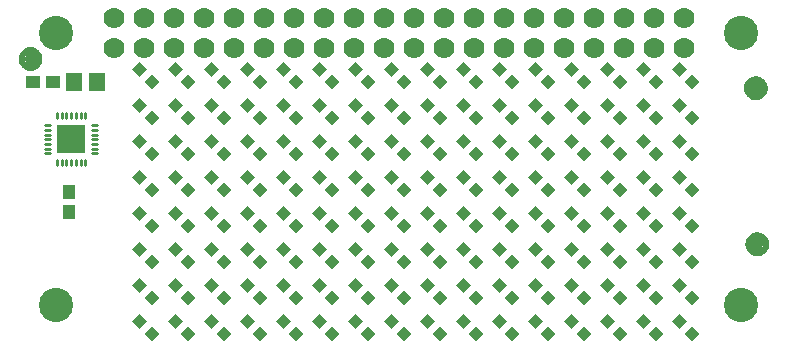
<source format=gbr>
G04 EAGLE Gerber RS-274X export*
G75*
%MOMM*%
%FSLAX34Y34*%
%LPD*%
%INSoldermask Top*%
%IPPOS*%
%AMOC8*
5,1,8,0,0,1.08239X$1,22.5*%
G01*
%ADD10R,0.901600X0.901600*%
%ADD11C,1.101600*%
%ADD12C,0.500000*%
%ADD13C,2.901600*%
%ADD14C,1.778000*%
%ADD15R,2.401600X2.401600*%
%ADD16C,0.281600*%
%ADD17R,1.341600X1.601600*%
%ADD18R,1.176600X1.101600*%
%ADD19R,1.101600X1.176600*%


D10*
G36*
X109545Y10699D02*
X115920Y17074D01*
X122295Y10699D01*
X115920Y4324D01*
X109545Y10699D01*
G37*
G36*
X98939Y21305D02*
X105314Y27680D01*
X111689Y21305D01*
X105314Y14930D01*
X98939Y21305D01*
G37*
G36*
X109545Y41179D02*
X115920Y47554D01*
X122295Y41179D01*
X115920Y34804D01*
X109545Y41179D01*
G37*
G36*
X98939Y51785D02*
X105314Y58160D01*
X111689Y51785D01*
X105314Y45410D01*
X98939Y51785D01*
G37*
G36*
X109545Y71659D02*
X115920Y78034D01*
X122295Y71659D01*
X115920Y65284D01*
X109545Y71659D01*
G37*
G36*
X98939Y82265D02*
X105314Y88640D01*
X111689Y82265D01*
X105314Y75890D01*
X98939Y82265D01*
G37*
G36*
X109545Y102139D02*
X115920Y108514D01*
X122295Y102139D01*
X115920Y95764D01*
X109545Y102139D01*
G37*
G36*
X98939Y112745D02*
X105314Y119120D01*
X111689Y112745D01*
X105314Y106370D01*
X98939Y112745D01*
G37*
G36*
X109545Y132619D02*
X115920Y138994D01*
X122295Y132619D01*
X115920Y126244D01*
X109545Y132619D01*
G37*
G36*
X98939Y143225D02*
X105314Y149600D01*
X111689Y143225D01*
X105314Y136850D01*
X98939Y143225D01*
G37*
G36*
X109545Y163099D02*
X115920Y169474D01*
X122295Y163099D01*
X115920Y156724D01*
X109545Y163099D01*
G37*
G36*
X98939Y173705D02*
X105314Y180080D01*
X111689Y173705D01*
X105314Y167330D01*
X98939Y173705D01*
G37*
G36*
X109545Y193579D02*
X115920Y199954D01*
X122295Y193579D01*
X115920Y187204D01*
X109545Y193579D01*
G37*
G36*
X98939Y204185D02*
X105314Y210560D01*
X111689Y204185D01*
X105314Y197810D01*
X98939Y204185D01*
G37*
G36*
X109545Y224059D02*
X115920Y230434D01*
X122295Y224059D01*
X115920Y217684D01*
X109545Y224059D01*
G37*
G36*
X98939Y234665D02*
X105314Y241040D01*
X111689Y234665D01*
X105314Y228290D01*
X98939Y234665D01*
G37*
G36*
X140025Y10699D02*
X146400Y17074D01*
X152775Y10699D01*
X146400Y4324D01*
X140025Y10699D01*
G37*
G36*
X129419Y21305D02*
X135794Y27680D01*
X142169Y21305D01*
X135794Y14930D01*
X129419Y21305D01*
G37*
G36*
X140025Y41179D02*
X146400Y47554D01*
X152775Y41179D01*
X146400Y34804D01*
X140025Y41179D01*
G37*
G36*
X129419Y51785D02*
X135794Y58160D01*
X142169Y51785D01*
X135794Y45410D01*
X129419Y51785D01*
G37*
G36*
X140025Y71659D02*
X146400Y78034D01*
X152775Y71659D01*
X146400Y65284D01*
X140025Y71659D01*
G37*
G36*
X129419Y82265D02*
X135794Y88640D01*
X142169Y82265D01*
X135794Y75890D01*
X129419Y82265D01*
G37*
G36*
X140025Y102139D02*
X146400Y108514D01*
X152775Y102139D01*
X146400Y95764D01*
X140025Y102139D01*
G37*
G36*
X129419Y112745D02*
X135794Y119120D01*
X142169Y112745D01*
X135794Y106370D01*
X129419Y112745D01*
G37*
G36*
X140025Y132619D02*
X146400Y138994D01*
X152775Y132619D01*
X146400Y126244D01*
X140025Y132619D01*
G37*
G36*
X129419Y143225D02*
X135794Y149600D01*
X142169Y143225D01*
X135794Y136850D01*
X129419Y143225D01*
G37*
G36*
X140025Y163099D02*
X146400Y169474D01*
X152775Y163099D01*
X146400Y156724D01*
X140025Y163099D01*
G37*
G36*
X129419Y173705D02*
X135794Y180080D01*
X142169Y173705D01*
X135794Y167330D01*
X129419Y173705D01*
G37*
G36*
X140025Y193579D02*
X146400Y199954D01*
X152775Y193579D01*
X146400Y187204D01*
X140025Y193579D01*
G37*
G36*
X129419Y204185D02*
X135794Y210560D01*
X142169Y204185D01*
X135794Y197810D01*
X129419Y204185D01*
G37*
G36*
X140025Y224059D02*
X146400Y230434D01*
X152775Y224059D01*
X146400Y217684D01*
X140025Y224059D01*
G37*
G36*
X129419Y234665D02*
X135794Y241040D01*
X142169Y234665D01*
X135794Y228290D01*
X129419Y234665D01*
G37*
G36*
X170505Y10699D02*
X176880Y17074D01*
X183255Y10699D01*
X176880Y4324D01*
X170505Y10699D01*
G37*
G36*
X159899Y21305D02*
X166274Y27680D01*
X172649Y21305D01*
X166274Y14930D01*
X159899Y21305D01*
G37*
G36*
X170505Y41179D02*
X176880Y47554D01*
X183255Y41179D01*
X176880Y34804D01*
X170505Y41179D01*
G37*
G36*
X159899Y51785D02*
X166274Y58160D01*
X172649Y51785D01*
X166274Y45410D01*
X159899Y51785D01*
G37*
G36*
X170505Y71659D02*
X176880Y78034D01*
X183255Y71659D01*
X176880Y65284D01*
X170505Y71659D01*
G37*
G36*
X159899Y82265D02*
X166274Y88640D01*
X172649Y82265D01*
X166274Y75890D01*
X159899Y82265D01*
G37*
G36*
X170505Y102139D02*
X176880Y108514D01*
X183255Y102139D01*
X176880Y95764D01*
X170505Y102139D01*
G37*
G36*
X159899Y112745D02*
X166274Y119120D01*
X172649Y112745D01*
X166274Y106370D01*
X159899Y112745D01*
G37*
G36*
X170505Y132619D02*
X176880Y138994D01*
X183255Y132619D01*
X176880Y126244D01*
X170505Y132619D01*
G37*
G36*
X159899Y143225D02*
X166274Y149600D01*
X172649Y143225D01*
X166274Y136850D01*
X159899Y143225D01*
G37*
G36*
X170505Y163099D02*
X176880Y169474D01*
X183255Y163099D01*
X176880Y156724D01*
X170505Y163099D01*
G37*
G36*
X159899Y173705D02*
X166274Y180080D01*
X172649Y173705D01*
X166274Y167330D01*
X159899Y173705D01*
G37*
G36*
X170505Y193579D02*
X176880Y199954D01*
X183255Y193579D01*
X176880Y187204D01*
X170505Y193579D01*
G37*
G36*
X159899Y204185D02*
X166274Y210560D01*
X172649Y204185D01*
X166274Y197810D01*
X159899Y204185D01*
G37*
G36*
X170505Y224059D02*
X176880Y230434D01*
X183255Y224059D01*
X176880Y217684D01*
X170505Y224059D01*
G37*
G36*
X159899Y234665D02*
X166274Y241040D01*
X172649Y234665D01*
X166274Y228290D01*
X159899Y234665D01*
G37*
G36*
X200985Y10699D02*
X207360Y17074D01*
X213735Y10699D01*
X207360Y4324D01*
X200985Y10699D01*
G37*
G36*
X190379Y21305D02*
X196754Y27680D01*
X203129Y21305D01*
X196754Y14930D01*
X190379Y21305D01*
G37*
G36*
X200985Y41179D02*
X207360Y47554D01*
X213735Y41179D01*
X207360Y34804D01*
X200985Y41179D01*
G37*
G36*
X190379Y51785D02*
X196754Y58160D01*
X203129Y51785D01*
X196754Y45410D01*
X190379Y51785D01*
G37*
G36*
X200985Y71659D02*
X207360Y78034D01*
X213735Y71659D01*
X207360Y65284D01*
X200985Y71659D01*
G37*
G36*
X190379Y82265D02*
X196754Y88640D01*
X203129Y82265D01*
X196754Y75890D01*
X190379Y82265D01*
G37*
G36*
X200985Y102139D02*
X207360Y108514D01*
X213735Y102139D01*
X207360Y95764D01*
X200985Y102139D01*
G37*
G36*
X190379Y112745D02*
X196754Y119120D01*
X203129Y112745D01*
X196754Y106370D01*
X190379Y112745D01*
G37*
G36*
X200985Y132619D02*
X207360Y138994D01*
X213735Y132619D01*
X207360Y126244D01*
X200985Y132619D01*
G37*
G36*
X190379Y143225D02*
X196754Y149600D01*
X203129Y143225D01*
X196754Y136850D01*
X190379Y143225D01*
G37*
G36*
X200985Y163099D02*
X207360Y169474D01*
X213735Y163099D01*
X207360Y156724D01*
X200985Y163099D01*
G37*
G36*
X190379Y173705D02*
X196754Y180080D01*
X203129Y173705D01*
X196754Y167330D01*
X190379Y173705D01*
G37*
G36*
X200985Y193579D02*
X207360Y199954D01*
X213735Y193579D01*
X207360Y187204D01*
X200985Y193579D01*
G37*
G36*
X190379Y204185D02*
X196754Y210560D01*
X203129Y204185D01*
X196754Y197810D01*
X190379Y204185D01*
G37*
G36*
X200985Y224059D02*
X207360Y230434D01*
X213735Y224059D01*
X207360Y217684D01*
X200985Y224059D01*
G37*
G36*
X190379Y234665D02*
X196754Y241040D01*
X203129Y234665D01*
X196754Y228290D01*
X190379Y234665D01*
G37*
G36*
X231465Y10699D02*
X237840Y17074D01*
X244215Y10699D01*
X237840Y4324D01*
X231465Y10699D01*
G37*
G36*
X220859Y21305D02*
X227234Y27680D01*
X233609Y21305D01*
X227234Y14930D01*
X220859Y21305D01*
G37*
G36*
X231465Y41179D02*
X237840Y47554D01*
X244215Y41179D01*
X237840Y34804D01*
X231465Y41179D01*
G37*
G36*
X220859Y51785D02*
X227234Y58160D01*
X233609Y51785D01*
X227234Y45410D01*
X220859Y51785D01*
G37*
G36*
X231465Y71659D02*
X237840Y78034D01*
X244215Y71659D01*
X237840Y65284D01*
X231465Y71659D01*
G37*
G36*
X220859Y82265D02*
X227234Y88640D01*
X233609Y82265D01*
X227234Y75890D01*
X220859Y82265D01*
G37*
G36*
X231465Y102139D02*
X237840Y108514D01*
X244215Y102139D01*
X237840Y95764D01*
X231465Y102139D01*
G37*
G36*
X220859Y112745D02*
X227234Y119120D01*
X233609Y112745D01*
X227234Y106370D01*
X220859Y112745D01*
G37*
G36*
X231465Y132619D02*
X237840Y138994D01*
X244215Y132619D01*
X237840Y126244D01*
X231465Y132619D01*
G37*
G36*
X220859Y143225D02*
X227234Y149600D01*
X233609Y143225D01*
X227234Y136850D01*
X220859Y143225D01*
G37*
G36*
X231465Y163099D02*
X237840Y169474D01*
X244215Y163099D01*
X237840Y156724D01*
X231465Y163099D01*
G37*
G36*
X220859Y173705D02*
X227234Y180080D01*
X233609Y173705D01*
X227234Y167330D01*
X220859Y173705D01*
G37*
G36*
X231465Y193579D02*
X237840Y199954D01*
X244215Y193579D01*
X237840Y187204D01*
X231465Y193579D01*
G37*
G36*
X220859Y204185D02*
X227234Y210560D01*
X233609Y204185D01*
X227234Y197810D01*
X220859Y204185D01*
G37*
G36*
X231465Y224059D02*
X237840Y230434D01*
X244215Y224059D01*
X237840Y217684D01*
X231465Y224059D01*
G37*
G36*
X220859Y234665D02*
X227234Y241040D01*
X233609Y234665D01*
X227234Y228290D01*
X220859Y234665D01*
G37*
G36*
X261945Y10699D02*
X268320Y17074D01*
X274695Y10699D01*
X268320Y4324D01*
X261945Y10699D01*
G37*
G36*
X251339Y21305D02*
X257714Y27680D01*
X264089Y21305D01*
X257714Y14930D01*
X251339Y21305D01*
G37*
G36*
X261945Y41179D02*
X268320Y47554D01*
X274695Y41179D01*
X268320Y34804D01*
X261945Y41179D01*
G37*
G36*
X251339Y51785D02*
X257714Y58160D01*
X264089Y51785D01*
X257714Y45410D01*
X251339Y51785D01*
G37*
G36*
X261945Y71659D02*
X268320Y78034D01*
X274695Y71659D01*
X268320Y65284D01*
X261945Y71659D01*
G37*
G36*
X251339Y82265D02*
X257714Y88640D01*
X264089Y82265D01*
X257714Y75890D01*
X251339Y82265D01*
G37*
G36*
X261945Y102139D02*
X268320Y108514D01*
X274695Y102139D01*
X268320Y95764D01*
X261945Y102139D01*
G37*
G36*
X251339Y112745D02*
X257714Y119120D01*
X264089Y112745D01*
X257714Y106370D01*
X251339Y112745D01*
G37*
G36*
X261945Y132619D02*
X268320Y138994D01*
X274695Y132619D01*
X268320Y126244D01*
X261945Y132619D01*
G37*
G36*
X251339Y143225D02*
X257714Y149600D01*
X264089Y143225D01*
X257714Y136850D01*
X251339Y143225D01*
G37*
G36*
X261945Y163099D02*
X268320Y169474D01*
X274695Y163099D01*
X268320Y156724D01*
X261945Y163099D01*
G37*
G36*
X251339Y173705D02*
X257714Y180080D01*
X264089Y173705D01*
X257714Y167330D01*
X251339Y173705D01*
G37*
G36*
X261945Y193579D02*
X268320Y199954D01*
X274695Y193579D01*
X268320Y187204D01*
X261945Y193579D01*
G37*
G36*
X251339Y204185D02*
X257714Y210560D01*
X264089Y204185D01*
X257714Y197810D01*
X251339Y204185D01*
G37*
G36*
X261945Y224059D02*
X268320Y230434D01*
X274695Y224059D01*
X268320Y217684D01*
X261945Y224059D01*
G37*
G36*
X251339Y234665D02*
X257714Y241040D01*
X264089Y234665D01*
X257714Y228290D01*
X251339Y234665D01*
G37*
G36*
X292425Y10699D02*
X298800Y17074D01*
X305175Y10699D01*
X298800Y4324D01*
X292425Y10699D01*
G37*
G36*
X281819Y21305D02*
X288194Y27680D01*
X294569Y21305D01*
X288194Y14930D01*
X281819Y21305D01*
G37*
G36*
X292425Y41179D02*
X298800Y47554D01*
X305175Y41179D01*
X298800Y34804D01*
X292425Y41179D01*
G37*
G36*
X281819Y51785D02*
X288194Y58160D01*
X294569Y51785D01*
X288194Y45410D01*
X281819Y51785D01*
G37*
G36*
X292425Y71659D02*
X298800Y78034D01*
X305175Y71659D01*
X298800Y65284D01*
X292425Y71659D01*
G37*
G36*
X281819Y82265D02*
X288194Y88640D01*
X294569Y82265D01*
X288194Y75890D01*
X281819Y82265D01*
G37*
G36*
X292425Y102139D02*
X298800Y108514D01*
X305175Y102139D01*
X298800Y95764D01*
X292425Y102139D01*
G37*
G36*
X281819Y112745D02*
X288194Y119120D01*
X294569Y112745D01*
X288194Y106370D01*
X281819Y112745D01*
G37*
G36*
X292425Y132619D02*
X298800Y138994D01*
X305175Y132619D01*
X298800Y126244D01*
X292425Y132619D01*
G37*
G36*
X281819Y143225D02*
X288194Y149600D01*
X294569Y143225D01*
X288194Y136850D01*
X281819Y143225D01*
G37*
G36*
X292425Y163099D02*
X298800Y169474D01*
X305175Y163099D01*
X298800Y156724D01*
X292425Y163099D01*
G37*
G36*
X281819Y173705D02*
X288194Y180080D01*
X294569Y173705D01*
X288194Y167330D01*
X281819Y173705D01*
G37*
G36*
X292425Y193579D02*
X298800Y199954D01*
X305175Y193579D01*
X298800Y187204D01*
X292425Y193579D01*
G37*
G36*
X281819Y204185D02*
X288194Y210560D01*
X294569Y204185D01*
X288194Y197810D01*
X281819Y204185D01*
G37*
G36*
X292425Y224059D02*
X298800Y230434D01*
X305175Y224059D01*
X298800Y217684D01*
X292425Y224059D01*
G37*
G36*
X281819Y234665D02*
X288194Y241040D01*
X294569Y234665D01*
X288194Y228290D01*
X281819Y234665D01*
G37*
G36*
X322905Y10699D02*
X329280Y17074D01*
X335655Y10699D01*
X329280Y4324D01*
X322905Y10699D01*
G37*
G36*
X312299Y21305D02*
X318674Y27680D01*
X325049Y21305D01*
X318674Y14930D01*
X312299Y21305D01*
G37*
G36*
X322905Y41179D02*
X329280Y47554D01*
X335655Y41179D01*
X329280Y34804D01*
X322905Y41179D01*
G37*
G36*
X312299Y51785D02*
X318674Y58160D01*
X325049Y51785D01*
X318674Y45410D01*
X312299Y51785D01*
G37*
G36*
X322905Y71659D02*
X329280Y78034D01*
X335655Y71659D01*
X329280Y65284D01*
X322905Y71659D01*
G37*
G36*
X312299Y82265D02*
X318674Y88640D01*
X325049Y82265D01*
X318674Y75890D01*
X312299Y82265D01*
G37*
G36*
X322905Y102139D02*
X329280Y108514D01*
X335655Y102139D01*
X329280Y95764D01*
X322905Y102139D01*
G37*
G36*
X312299Y112745D02*
X318674Y119120D01*
X325049Y112745D01*
X318674Y106370D01*
X312299Y112745D01*
G37*
G36*
X322905Y132619D02*
X329280Y138994D01*
X335655Y132619D01*
X329280Y126244D01*
X322905Y132619D01*
G37*
G36*
X312299Y143225D02*
X318674Y149600D01*
X325049Y143225D01*
X318674Y136850D01*
X312299Y143225D01*
G37*
G36*
X322905Y163099D02*
X329280Y169474D01*
X335655Y163099D01*
X329280Y156724D01*
X322905Y163099D01*
G37*
G36*
X312299Y173705D02*
X318674Y180080D01*
X325049Y173705D01*
X318674Y167330D01*
X312299Y173705D01*
G37*
G36*
X322905Y193579D02*
X329280Y199954D01*
X335655Y193579D01*
X329280Y187204D01*
X322905Y193579D01*
G37*
G36*
X312299Y204185D02*
X318674Y210560D01*
X325049Y204185D01*
X318674Y197810D01*
X312299Y204185D01*
G37*
G36*
X322905Y224059D02*
X329280Y230434D01*
X335655Y224059D01*
X329280Y217684D01*
X322905Y224059D01*
G37*
G36*
X312299Y234665D02*
X318674Y241040D01*
X325049Y234665D01*
X318674Y228290D01*
X312299Y234665D01*
G37*
G36*
X353385Y10699D02*
X359760Y17074D01*
X366135Y10699D01*
X359760Y4324D01*
X353385Y10699D01*
G37*
G36*
X342779Y21305D02*
X349154Y27680D01*
X355529Y21305D01*
X349154Y14930D01*
X342779Y21305D01*
G37*
G36*
X353385Y41179D02*
X359760Y47554D01*
X366135Y41179D01*
X359760Y34804D01*
X353385Y41179D01*
G37*
G36*
X342779Y51785D02*
X349154Y58160D01*
X355529Y51785D01*
X349154Y45410D01*
X342779Y51785D01*
G37*
G36*
X353385Y71659D02*
X359760Y78034D01*
X366135Y71659D01*
X359760Y65284D01*
X353385Y71659D01*
G37*
G36*
X342779Y82265D02*
X349154Y88640D01*
X355529Y82265D01*
X349154Y75890D01*
X342779Y82265D01*
G37*
G36*
X353385Y102139D02*
X359760Y108514D01*
X366135Y102139D01*
X359760Y95764D01*
X353385Y102139D01*
G37*
G36*
X342779Y112745D02*
X349154Y119120D01*
X355529Y112745D01*
X349154Y106370D01*
X342779Y112745D01*
G37*
G36*
X353385Y132619D02*
X359760Y138994D01*
X366135Y132619D01*
X359760Y126244D01*
X353385Y132619D01*
G37*
G36*
X342779Y143225D02*
X349154Y149600D01*
X355529Y143225D01*
X349154Y136850D01*
X342779Y143225D01*
G37*
G36*
X353385Y163099D02*
X359760Y169474D01*
X366135Y163099D01*
X359760Y156724D01*
X353385Y163099D01*
G37*
G36*
X342779Y173705D02*
X349154Y180080D01*
X355529Y173705D01*
X349154Y167330D01*
X342779Y173705D01*
G37*
G36*
X353385Y193579D02*
X359760Y199954D01*
X366135Y193579D01*
X359760Y187204D01*
X353385Y193579D01*
G37*
G36*
X342779Y204185D02*
X349154Y210560D01*
X355529Y204185D01*
X349154Y197810D01*
X342779Y204185D01*
G37*
G36*
X353385Y224059D02*
X359760Y230434D01*
X366135Y224059D01*
X359760Y217684D01*
X353385Y224059D01*
G37*
G36*
X342779Y234665D02*
X349154Y241040D01*
X355529Y234665D01*
X349154Y228290D01*
X342779Y234665D01*
G37*
G36*
X383865Y10699D02*
X390240Y17074D01*
X396615Y10699D01*
X390240Y4324D01*
X383865Y10699D01*
G37*
G36*
X373259Y21305D02*
X379634Y27680D01*
X386009Y21305D01*
X379634Y14930D01*
X373259Y21305D01*
G37*
G36*
X383865Y41179D02*
X390240Y47554D01*
X396615Y41179D01*
X390240Y34804D01*
X383865Y41179D01*
G37*
G36*
X373259Y51785D02*
X379634Y58160D01*
X386009Y51785D01*
X379634Y45410D01*
X373259Y51785D01*
G37*
G36*
X383865Y71659D02*
X390240Y78034D01*
X396615Y71659D01*
X390240Y65284D01*
X383865Y71659D01*
G37*
G36*
X373259Y82265D02*
X379634Y88640D01*
X386009Y82265D01*
X379634Y75890D01*
X373259Y82265D01*
G37*
G36*
X383865Y102139D02*
X390240Y108514D01*
X396615Y102139D01*
X390240Y95764D01*
X383865Y102139D01*
G37*
G36*
X373259Y112745D02*
X379634Y119120D01*
X386009Y112745D01*
X379634Y106370D01*
X373259Y112745D01*
G37*
G36*
X383865Y132619D02*
X390240Y138994D01*
X396615Y132619D01*
X390240Y126244D01*
X383865Y132619D01*
G37*
G36*
X373259Y143225D02*
X379634Y149600D01*
X386009Y143225D01*
X379634Y136850D01*
X373259Y143225D01*
G37*
G36*
X383865Y163099D02*
X390240Y169474D01*
X396615Y163099D01*
X390240Y156724D01*
X383865Y163099D01*
G37*
G36*
X373259Y173705D02*
X379634Y180080D01*
X386009Y173705D01*
X379634Y167330D01*
X373259Y173705D01*
G37*
G36*
X383865Y193579D02*
X390240Y199954D01*
X396615Y193579D01*
X390240Y187204D01*
X383865Y193579D01*
G37*
G36*
X373259Y204185D02*
X379634Y210560D01*
X386009Y204185D01*
X379634Y197810D01*
X373259Y204185D01*
G37*
G36*
X383865Y224059D02*
X390240Y230434D01*
X396615Y224059D01*
X390240Y217684D01*
X383865Y224059D01*
G37*
G36*
X373259Y234665D02*
X379634Y241040D01*
X386009Y234665D01*
X379634Y228290D01*
X373259Y234665D01*
G37*
G36*
X414345Y10699D02*
X420720Y17074D01*
X427095Y10699D01*
X420720Y4324D01*
X414345Y10699D01*
G37*
G36*
X403739Y21305D02*
X410114Y27680D01*
X416489Y21305D01*
X410114Y14930D01*
X403739Y21305D01*
G37*
G36*
X414345Y41179D02*
X420720Y47554D01*
X427095Y41179D01*
X420720Y34804D01*
X414345Y41179D01*
G37*
G36*
X403739Y51785D02*
X410114Y58160D01*
X416489Y51785D01*
X410114Y45410D01*
X403739Y51785D01*
G37*
G36*
X414345Y71659D02*
X420720Y78034D01*
X427095Y71659D01*
X420720Y65284D01*
X414345Y71659D01*
G37*
G36*
X403739Y82265D02*
X410114Y88640D01*
X416489Y82265D01*
X410114Y75890D01*
X403739Y82265D01*
G37*
G36*
X414345Y102139D02*
X420720Y108514D01*
X427095Y102139D01*
X420720Y95764D01*
X414345Y102139D01*
G37*
G36*
X403739Y112745D02*
X410114Y119120D01*
X416489Y112745D01*
X410114Y106370D01*
X403739Y112745D01*
G37*
G36*
X414345Y132619D02*
X420720Y138994D01*
X427095Y132619D01*
X420720Y126244D01*
X414345Y132619D01*
G37*
G36*
X403739Y143225D02*
X410114Y149600D01*
X416489Y143225D01*
X410114Y136850D01*
X403739Y143225D01*
G37*
G36*
X414345Y163099D02*
X420720Y169474D01*
X427095Y163099D01*
X420720Y156724D01*
X414345Y163099D01*
G37*
G36*
X403739Y173705D02*
X410114Y180080D01*
X416489Y173705D01*
X410114Y167330D01*
X403739Y173705D01*
G37*
G36*
X414345Y193579D02*
X420720Y199954D01*
X427095Y193579D01*
X420720Y187204D01*
X414345Y193579D01*
G37*
G36*
X403739Y204185D02*
X410114Y210560D01*
X416489Y204185D01*
X410114Y197810D01*
X403739Y204185D01*
G37*
G36*
X414345Y224059D02*
X420720Y230434D01*
X427095Y224059D01*
X420720Y217684D01*
X414345Y224059D01*
G37*
G36*
X403739Y234665D02*
X410114Y241040D01*
X416489Y234665D01*
X410114Y228290D01*
X403739Y234665D01*
G37*
G36*
X444825Y10699D02*
X451200Y17074D01*
X457575Y10699D01*
X451200Y4324D01*
X444825Y10699D01*
G37*
G36*
X434219Y21305D02*
X440594Y27680D01*
X446969Y21305D01*
X440594Y14930D01*
X434219Y21305D01*
G37*
G36*
X444825Y41179D02*
X451200Y47554D01*
X457575Y41179D01*
X451200Y34804D01*
X444825Y41179D01*
G37*
G36*
X434219Y51785D02*
X440594Y58160D01*
X446969Y51785D01*
X440594Y45410D01*
X434219Y51785D01*
G37*
G36*
X444825Y71659D02*
X451200Y78034D01*
X457575Y71659D01*
X451200Y65284D01*
X444825Y71659D01*
G37*
G36*
X434219Y82265D02*
X440594Y88640D01*
X446969Y82265D01*
X440594Y75890D01*
X434219Y82265D01*
G37*
G36*
X444825Y102139D02*
X451200Y108514D01*
X457575Y102139D01*
X451200Y95764D01*
X444825Y102139D01*
G37*
G36*
X434219Y112745D02*
X440594Y119120D01*
X446969Y112745D01*
X440594Y106370D01*
X434219Y112745D01*
G37*
G36*
X444825Y132619D02*
X451200Y138994D01*
X457575Y132619D01*
X451200Y126244D01*
X444825Y132619D01*
G37*
G36*
X434219Y143225D02*
X440594Y149600D01*
X446969Y143225D01*
X440594Y136850D01*
X434219Y143225D01*
G37*
G36*
X444825Y163099D02*
X451200Y169474D01*
X457575Y163099D01*
X451200Y156724D01*
X444825Y163099D01*
G37*
G36*
X434219Y173705D02*
X440594Y180080D01*
X446969Y173705D01*
X440594Y167330D01*
X434219Y173705D01*
G37*
G36*
X444825Y193579D02*
X451200Y199954D01*
X457575Y193579D01*
X451200Y187204D01*
X444825Y193579D01*
G37*
G36*
X434219Y204185D02*
X440594Y210560D01*
X446969Y204185D01*
X440594Y197810D01*
X434219Y204185D01*
G37*
G36*
X444825Y224059D02*
X451200Y230434D01*
X457575Y224059D01*
X451200Y217684D01*
X444825Y224059D01*
G37*
G36*
X434219Y234665D02*
X440594Y241040D01*
X446969Y234665D01*
X440594Y228290D01*
X434219Y234665D01*
G37*
G36*
X475305Y10699D02*
X481680Y17074D01*
X488055Y10699D01*
X481680Y4324D01*
X475305Y10699D01*
G37*
G36*
X464699Y21305D02*
X471074Y27680D01*
X477449Y21305D01*
X471074Y14930D01*
X464699Y21305D01*
G37*
G36*
X475305Y41179D02*
X481680Y47554D01*
X488055Y41179D01*
X481680Y34804D01*
X475305Y41179D01*
G37*
G36*
X464699Y51785D02*
X471074Y58160D01*
X477449Y51785D01*
X471074Y45410D01*
X464699Y51785D01*
G37*
G36*
X475305Y71659D02*
X481680Y78034D01*
X488055Y71659D01*
X481680Y65284D01*
X475305Y71659D01*
G37*
G36*
X464699Y82265D02*
X471074Y88640D01*
X477449Y82265D01*
X471074Y75890D01*
X464699Y82265D01*
G37*
G36*
X475305Y102139D02*
X481680Y108514D01*
X488055Y102139D01*
X481680Y95764D01*
X475305Y102139D01*
G37*
G36*
X464699Y112745D02*
X471074Y119120D01*
X477449Y112745D01*
X471074Y106370D01*
X464699Y112745D01*
G37*
G36*
X475305Y132619D02*
X481680Y138994D01*
X488055Y132619D01*
X481680Y126244D01*
X475305Y132619D01*
G37*
G36*
X464699Y143225D02*
X471074Y149600D01*
X477449Y143225D01*
X471074Y136850D01*
X464699Y143225D01*
G37*
G36*
X475305Y163099D02*
X481680Y169474D01*
X488055Y163099D01*
X481680Y156724D01*
X475305Y163099D01*
G37*
G36*
X464699Y173705D02*
X471074Y180080D01*
X477449Y173705D01*
X471074Y167330D01*
X464699Y173705D01*
G37*
G36*
X475305Y193579D02*
X481680Y199954D01*
X488055Y193579D01*
X481680Y187204D01*
X475305Y193579D01*
G37*
G36*
X464699Y204185D02*
X471074Y210560D01*
X477449Y204185D01*
X471074Y197810D01*
X464699Y204185D01*
G37*
G36*
X475305Y224059D02*
X481680Y230434D01*
X488055Y224059D01*
X481680Y217684D01*
X475305Y224059D01*
G37*
G36*
X464699Y234665D02*
X471074Y241040D01*
X477449Y234665D01*
X471074Y228290D01*
X464699Y234665D01*
G37*
G36*
X505785Y10699D02*
X512160Y17074D01*
X518535Y10699D01*
X512160Y4324D01*
X505785Y10699D01*
G37*
G36*
X495179Y21305D02*
X501554Y27680D01*
X507929Y21305D01*
X501554Y14930D01*
X495179Y21305D01*
G37*
G36*
X505785Y41179D02*
X512160Y47554D01*
X518535Y41179D01*
X512160Y34804D01*
X505785Y41179D01*
G37*
G36*
X495179Y51785D02*
X501554Y58160D01*
X507929Y51785D01*
X501554Y45410D01*
X495179Y51785D01*
G37*
G36*
X505785Y71659D02*
X512160Y78034D01*
X518535Y71659D01*
X512160Y65284D01*
X505785Y71659D01*
G37*
G36*
X495179Y82265D02*
X501554Y88640D01*
X507929Y82265D01*
X501554Y75890D01*
X495179Y82265D01*
G37*
G36*
X505785Y102139D02*
X512160Y108514D01*
X518535Y102139D01*
X512160Y95764D01*
X505785Y102139D01*
G37*
G36*
X495179Y112745D02*
X501554Y119120D01*
X507929Y112745D01*
X501554Y106370D01*
X495179Y112745D01*
G37*
G36*
X505785Y132619D02*
X512160Y138994D01*
X518535Y132619D01*
X512160Y126244D01*
X505785Y132619D01*
G37*
G36*
X495179Y143225D02*
X501554Y149600D01*
X507929Y143225D01*
X501554Y136850D01*
X495179Y143225D01*
G37*
G36*
X505785Y163099D02*
X512160Y169474D01*
X518535Y163099D01*
X512160Y156724D01*
X505785Y163099D01*
G37*
G36*
X495179Y173705D02*
X501554Y180080D01*
X507929Y173705D01*
X501554Y167330D01*
X495179Y173705D01*
G37*
G36*
X505785Y193579D02*
X512160Y199954D01*
X518535Y193579D01*
X512160Y187204D01*
X505785Y193579D01*
G37*
G36*
X495179Y204185D02*
X501554Y210560D01*
X507929Y204185D01*
X501554Y197810D01*
X495179Y204185D01*
G37*
G36*
X505785Y224059D02*
X512160Y230434D01*
X518535Y224059D01*
X512160Y217684D01*
X505785Y224059D01*
G37*
G36*
X495179Y234665D02*
X501554Y241040D01*
X507929Y234665D01*
X501554Y228290D01*
X495179Y234665D01*
G37*
G36*
X536265Y10699D02*
X542640Y17074D01*
X549015Y10699D01*
X542640Y4324D01*
X536265Y10699D01*
G37*
G36*
X525659Y21305D02*
X532034Y27680D01*
X538409Y21305D01*
X532034Y14930D01*
X525659Y21305D01*
G37*
G36*
X536265Y41179D02*
X542640Y47554D01*
X549015Y41179D01*
X542640Y34804D01*
X536265Y41179D01*
G37*
G36*
X525659Y51785D02*
X532034Y58160D01*
X538409Y51785D01*
X532034Y45410D01*
X525659Y51785D01*
G37*
G36*
X536265Y71659D02*
X542640Y78034D01*
X549015Y71659D01*
X542640Y65284D01*
X536265Y71659D01*
G37*
G36*
X525659Y82265D02*
X532034Y88640D01*
X538409Y82265D01*
X532034Y75890D01*
X525659Y82265D01*
G37*
G36*
X536265Y102139D02*
X542640Y108514D01*
X549015Y102139D01*
X542640Y95764D01*
X536265Y102139D01*
G37*
G36*
X525659Y112745D02*
X532034Y119120D01*
X538409Y112745D01*
X532034Y106370D01*
X525659Y112745D01*
G37*
G36*
X536265Y132619D02*
X542640Y138994D01*
X549015Y132619D01*
X542640Y126244D01*
X536265Y132619D01*
G37*
G36*
X525659Y143225D02*
X532034Y149600D01*
X538409Y143225D01*
X532034Y136850D01*
X525659Y143225D01*
G37*
G36*
X536265Y163099D02*
X542640Y169474D01*
X549015Y163099D01*
X542640Y156724D01*
X536265Y163099D01*
G37*
G36*
X525659Y173705D02*
X532034Y180080D01*
X538409Y173705D01*
X532034Y167330D01*
X525659Y173705D01*
G37*
G36*
X536265Y193579D02*
X542640Y199954D01*
X549015Y193579D01*
X542640Y187204D01*
X536265Y193579D01*
G37*
G36*
X525659Y204185D02*
X532034Y210560D01*
X538409Y204185D01*
X532034Y197810D01*
X525659Y204185D01*
G37*
G36*
X536265Y224059D02*
X542640Y230434D01*
X549015Y224059D01*
X542640Y217684D01*
X536265Y224059D01*
G37*
G36*
X525659Y234665D02*
X532034Y241040D01*
X538409Y234665D01*
X532034Y228290D01*
X525659Y234665D01*
G37*
G36*
X566745Y10699D02*
X573120Y17074D01*
X579495Y10699D01*
X573120Y4324D01*
X566745Y10699D01*
G37*
G36*
X556139Y21305D02*
X562514Y27680D01*
X568889Y21305D01*
X562514Y14930D01*
X556139Y21305D01*
G37*
G36*
X566745Y41179D02*
X573120Y47554D01*
X579495Y41179D01*
X573120Y34804D01*
X566745Y41179D01*
G37*
G36*
X556139Y51785D02*
X562514Y58160D01*
X568889Y51785D01*
X562514Y45410D01*
X556139Y51785D01*
G37*
G36*
X566745Y71659D02*
X573120Y78034D01*
X579495Y71659D01*
X573120Y65284D01*
X566745Y71659D01*
G37*
G36*
X556139Y82265D02*
X562514Y88640D01*
X568889Y82265D01*
X562514Y75890D01*
X556139Y82265D01*
G37*
G36*
X566745Y102139D02*
X573120Y108514D01*
X579495Y102139D01*
X573120Y95764D01*
X566745Y102139D01*
G37*
G36*
X556139Y112745D02*
X562514Y119120D01*
X568889Y112745D01*
X562514Y106370D01*
X556139Y112745D01*
G37*
G36*
X566745Y132619D02*
X573120Y138994D01*
X579495Y132619D01*
X573120Y126244D01*
X566745Y132619D01*
G37*
G36*
X556139Y143225D02*
X562514Y149600D01*
X568889Y143225D01*
X562514Y136850D01*
X556139Y143225D01*
G37*
G36*
X566745Y163099D02*
X573120Y169474D01*
X579495Y163099D01*
X573120Y156724D01*
X566745Y163099D01*
G37*
G36*
X556139Y173705D02*
X562514Y180080D01*
X568889Y173705D01*
X562514Y167330D01*
X556139Y173705D01*
G37*
G36*
X566745Y193579D02*
X573120Y199954D01*
X579495Y193579D01*
X573120Y187204D01*
X566745Y193579D01*
G37*
G36*
X556139Y204185D02*
X562514Y210560D01*
X568889Y204185D01*
X562514Y197810D01*
X556139Y204185D01*
G37*
G36*
X566745Y224059D02*
X573120Y230434D01*
X579495Y224059D01*
X573120Y217684D01*
X566745Y224059D01*
G37*
G36*
X556139Y234665D02*
X562514Y241040D01*
X568889Y234665D01*
X562514Y228290D01*
X556139Y234665D01*
G37*
D11*
X13335Y243205D03*
D12*
X13335Y250705D02*
X13154Y250703D01*
X12973Y250696D01*
X12792Y250685D01*
X12611Y250670D01*
X12431Y250650D01*
X12251Y250626D01*
X12072Y250598D01*
X11894Y250565D01*
X11717Y250528D01*
X11540Y250487D01*
X11365Y250442D01*
X11190Y250392D01*
X11017Y250338D01*
X10846Y250280D01*
X10675Y250218D01*
X10507Y250151D01*
X10340Y250081D01*
X10174Y250007D01*
X10011Y249928D01*
X9850Y249846D01*
X9690Y249760D01*
X9533Y249670D01*
X9378Y249576D01*
X9225Y249479D01*
X9075Y249377D01*
X8927Y249273D01*
X8781Y249164D01*
X8639Y249053D01*
X8499Y248937D01*
X8362Y248819D01*
X8227Y248697D01*
X8096Y248572D01*
X7968Y248444D01*
X7843Y248313D01*
X7721Y248178D01*
X7603Y248041D01*
X7487Y247901D01*
X7376Y247759D01*
X7267Y247613D01*
X7163Y247465D01*
X7061Y247315D01*
X6964Y247162D01*
X6870Y247007D01*
X6780Y246850D01*
X6694Y246690D01*
X6612Y246529D01*
X6533Y246366D01*
X6459Y246200D01*
X6389Y246033D01*
X6322Y245865D01*
X6260Y245694D01*
X6202Y245523D01*
X6148Y245350D01*
X6098Y245175D01*
X6053Y245000D01*
X6012Y244823D01*
X5975Y244646D01*
X5942Y244468D01*
X5914Y244289D01*
X5890Y244109D01*
X5870Y243929D01*
X5855Y243748D01*
X5844Y243567D01*
X5837Y243386D01*
X5835Y243205D01*
X13335Y250705D02*
X13516Y250703D01*
X13697Y250696D01*
X13878Y250685D01*
X14059Y250670D01*
X14239Y250650D01*
X14419Y250626D01*
X14598Y250598D01*
X14776Y250565D01*
X14953Y250528D01*
X15130Y250487D01*
X15305Y250442D01*
X15480Y250392D01*
X15653Y250338D01*
X15824Y250280D01*
X15995Y250218D01*
X16163Y250151D01*
X16330Y250081D01*
X16496Y250007D01*
X16659Y249928D01*
X16820Y249846D01*
X16980Y249760D01*
X17137Y249670D01*
X17292Y249576D01*
X17445Y249479D01*
X17595Y249377D01*
X17743Y249273D01*
X17889Y249164D01*
X18031Y249053D01*
X18171Y248937D01*
X18308Y248819D01*
X18443Y248697D01*
X18574Y248572D01*
X18702Y248444D01*
X18827Y248313D01*
X18949Y248178D01*
X19067Y248041D01*
X19183Y247901D01*
X19294Y247759D01*
X19403Y247613D01*
X19507Y247465D01*
X19609Y247315D01*
X19706Y247162D01*
X19800Y247007D01*
X19890Y246850D01*
X19976Y246690D01*
X20058Y246529D01*
X20137Y246366D01*
X20211Y246200D01*
X20281Y246033D01*
X20348Y245865D01*
X20410Y245694D01*
X20468Y245523D01*
X20522Y245350D01*
X20572Y245175D01*
X20617Y245000D01*
X20658Y244823D01*
X20695Y244646D01*
X20728Y244468D01*
X20756Y244289D01*
X20780Y244109D01*
X20800Y243929D01*
X20815Y243748D01*
X20826Y243567D01*
X20833Y243386D01*
X20835Y243205D01*
X20833Y243024D01*
X20826Y242843D01*
X20815Y242662D01*
X20800Y242481D01*
X20780Y242301D01*
X20756Y242121D01*
X20728Y241942D01*
X20695Y241764D01*
X20658Y241587D01*
X20617Y241410D01*
X20572Y241235D01*
X20522Y241060D01*
X20468Y240887D01*
X20410Y240716D01*
X20348Y240545D01*
X20281Y240377D01*
X20211Y240210D01*
X20137Y240044D01*
X20058Y239881D01*
X19976Y239720D01*
X19890Y239560D01*
X19800Y239403D01*
X19706Y239248D01*
X19609Y239095D01*
X19507Y238945D01*
X19403Y238797D01*
X19294Y238651D01*
X19183Y238509D01*
X19067Y238369D01*
X18949Y238232D01*
X18827Y238097D01*
X18702Y237966D01*
X18574Y237838D01*
X18443Y237713D01*
X18308Y237591D01*
X18171Y237473D01*
X18031Y237357D01*
X17889Y237246D01*
X17743Y237137D01*
X17595Y237033D01*
X17445Y236931D01*
X17292Y236834D01*
X17137Y236740D01*
X16980Y236650D01*
X16820Y236564D01*
X16659Y236482D01*
X16496Y236403D01*
X16330Y236329D01*
X16163Y236259D01*
X15995Y236192D01*
X15824Y236130D01*
X15653Y236072D01*
X15480Y236018D01*
X15305Y235968D01*
X15130Y235923D01*
X14953Y235882D01*
X14776Y235845D01*
X14598Y235812D01*
X14419Y235784D01*
X14239Y235760D01*
X14059Y235740D01*
X13878Y235725D01*
X13697Y235714D01*
X13516Y235707D01*
X13335Y235705D01*
X13154Y235707D01*
X12973Y235714D01*
X12792Y235725D01*
X12611Y235740D01*
X12431Y235760D01*
X12251Y235784D01*
X12072Y235812D01*
X11894Y235845D01*
X11717Y235882D01*
X11540Y235923D01*
X11365Y235968D01*
X11190Y236018D01*
X11017Y236072D01*
X10846Y236130D01*
X10675Y236192D01*
X10507Y236259D01*
X10340Y236329D01*
X10174Y236403D01*
X10011Y236482D01*
X9850Y236564D01*
X9690Y236650D01*
X9533Y236740D01*
X9378Y236834D01*
X9225Y236931D01*
X9075Y237033D01*
X8927Y237137D01*
X8781Y237246D01*
X8639Y237357D01*
X8499Y237473D01*
X8362Y237591D01*
X8227Y237713D01*
X8096Y237838D01*
X7968Y237966D01*
X7843Y238097D01*
X7721Y238232D01*
X7603Y238369D01*
X7487Y238509D01*
X7376Y238651D01*
X7267Y238797D01*
X7163Y238945D01*
X7061Y239095D01*
X6964Y239248D01*
X6870Y239403D01*
X6780Y239560D01*
X6694Y239720D01*
X6612Y239881D01*
X6533Y240044D01*
X6459Y240210D01*
X6389Y240377D01*
X6322Y240545D01*
X6260Y240716D01*
X6202Y240887D01*
X6148Y241060D01*
X6098Y241235D01*
X6053Y241410D01*
X6012Y241587D01*
X5975Y241764D01*
X5942Y241942D01*
X5914Y242121D01*
X5890Y242301D01*
X5870Y242481D01*
X5855Y242662D01*
X5844Y242843D01*
X5837Y243024D01*
X5835Y243205D01*
D11*
X627380Y218440D03*
D12*
X627380Y225940D02*
X627199Y225938D01*
X627018Y225931D01*
X626837Y225920D01*
X626656Y225905D01*
X626476Y225885D01*
X626296Y225861D01*
X626117Y225833D01*
X625939Y225800D01*
X625762Y225763D01*
X625585Y225722D01*
X625410Y225677D01*
X625235Y225627D01*
X625062Y225573D01*
X624891Y225515D01*
X624720Y225453D01*
X624552Y225386D01*
X624385Y225316D01*
X624219Y225242D01*
X624056Y225163D01*
X623895Y225081D01*
X623735Y224995D01*
X623578Y224905D01*
X623423Y224811D01*
X623270Y224714D01*
X623120Y224612D01*
X622972Y224508D01*
X622826Y224399D01*
X622684Y224288D01*
X622544Y224172D01*
X622407Y224054D01*
X622272Y223932D01*
X622141Y223807D01*
X622013Y223679D01*
X621888Y223548D01*
X621766Y223413D01*
X621648Y223276D01*
X621532Y223136D01*
X621421Y222994D01*
X621312Y222848D01*
X621208Y222700D01*
X621106Y222550D01*
X621009Y222397D01*
X620915Y222242D01*
X620825Y222085D01*
X620739Y221925D01*
X620657Y221764D01*
X620578Y221601D01*
X620504Y221435D01*
X620434Y221268D01*
X620367Y221100D01*
X620305Y220929D01*
X620247Y220758D01*
X620193Y220585D01*
X620143Y220410D01*
X620098Y220235D01*
X620057Y220058D01*
X620020Y219881D01*
X619987Y219703D01*
X619959Y219524D01*
X619935Y219344D01*
X619915Y219164D01*
X619900Y218983D01*
X619889Y218802D01*
X619882Y218621D01*
X619880Y218440D01*
X627380Y225940D02*
X627561Y225938D01*
X627742Y225931D01*
X627923Y225920D01*
X628104Y225905D01*
X628284Y225885D01*
X628464Y225861D01*
X628643Y225833D01*
X628821Y225800D01*
X628998Y225763D01*
X629175Y225722D01*
X629350Y225677D01*
X629525Y225627D01*
X629698Y225573D01*
X629869Y225515D01*
X630040Y225453D01*
X630208Y225386D01*
X630375Y225316D01*
X630541Y225242D01*
X630704Y225163D01*
X630865Y225081D01*
X631025Y224995D01*
X631182Y224905D01*
X631337Y224811D01*
X631490Y224714D01*
X631640Y224612D01*
X631788Y224508D01*
X631934Y224399D01*
X632076Y224288D01*
X632216Y224172D01*
X632353Y224054D01*
X632488Y223932D01*
X632619Y223807D01*
X632747Y223679D01*
X632872Y223548D01*
X632994Y223413D01*
X633112Y223276D01*
X633228Y223136D01*
X633339Y222994D01*
X633448Y222848D01*
X633552Y222700D01*
X633654Y222550D01*
X633751Y222397D01*
X633845Y222242D01*
X633935Y222085D01*
X634021Y221925D01*
X634103Y221764D01*
X634182Y221601D01*
X634256Y221435D01*
X634326Y221268D01*
X634393Y221100D01*
X634455Y220929D01*
X634513Y220758D01*
X634567Y220585D01*
X634617Y220410D01*
X634662Y220235D01*
X634703Y220058D01*
X634740Y219881D01*
X634773Y219703D01*
X634801Y219524D01*
X634825Y219344D01*
X634845Y219164D01*
X634860Y218983D01*
X634871Y218802D01*
X634878Y218621D01*
X634880Y218440D01*
X634878Y218259D01*
X634871Y218078D01*
X634860Y217897D01*
X634845Y217716D01*
X634825Y217536D01*
X634801Y217356D01*
X634773Y217177D01*
X634740Y216999D01*
X634703Y216822D01*
X634662Y216645D01*
X634617Y216470D01*
X634567Y216295D01*
X634513Y216122D01*
X634455Y215951D01*
X634393Y215780D01*
X634326Y215612D01*
X634256Y215445D01*
X634182Y215279D01*
X634103Y215116D01*
X634021Y214955D01*
X633935Y214795D01*
X633845Y214638D01*
X633751Y214483D01*
X633654Y214330D01*
X633552Y214180D01*
X633448Y214032D01*
X633339Y213886D01*
X633228Y213744D01*
X633112Y213604D01*
X632994Y213467D01*
X632872Y213332D01*
X632747Y213201D01*
X632619Y213073D01*
X632488Y212948D01*
X632353Y212826D01*
X632216Y212708D01*
X632076Y212592D01*
X631934Y212481D01*
X631788Y212372D01*
X631640Y212268D01*
X631490Y212166D01*
X631337Y212069D01*
X631182Y211975D01*
X631025Y211885D01*
X630865Y211799D01*
X630704Y211717D01*
X630541Y211638D01*
X630375Y211564D01*
X630208Y211494D01*
X630040Y211427D01*
X629869Y211365D01*
X629698Y211307D01*
X629525Y211253D01*
X629350Y211203D01*
X629175Y211158D01*
X628998Y211117D01*
X628821Y211080D01*
X628643Y211047D01*
X628464Y211019D01*
X628284Y210995D01*
X628104Y210975D01*
X627923Y210960D01*
X627742Y210949D01*
X627561Y210942D01*
X627380Y210940D01*
X627199Y210942D01*
X627018Y210949D01*
X626837Y210960D01*
X626656Y210975D01*
X626476Y210995D01*
X626296Y211019D01*
X626117Y211047D01*
X625939Y211080D01*
X625762Y211117D01*
X625585Y211158D01*
X625410Y211203D01*
X625235Y211253D01*
X625062Y211307D01*
X624891Y211365D01*
X624720Y211427D01*
X624552Y211494D01*
X624385Y211564D01*
X624219Y211638D01*
X624056Y211717D01*
X623895Y211799D01*
X623735Y211885D01*
X623578Y211975D01*
X623423Y212069D01*
X623270Y212166D01*
X623120Y212268D01*
X622972Y212372D01*
X622826Y212481D01*
X622684Y212592D01*
X622544Y212708D01*
X622407Y212826D01*
X622272Y212948D01*
X622141Y213073D01*
X622013Y213201D01*
X621888Y213332D01*
X621766Y213467D01*
X621648Y213604D01*
X621532Y213744D01*
X621421Y213886D01*
X621312Y214032D01*
X621208Y214180D01*
X621106Y214330D01*
X621009Y214483D01*
X620915Y214638D01*
X620825Y214795D01*
X620739Y214955D01*
X620657Y215116D01*
X620578Y215279D01*
X620504Y215445D01*
X620434Y215612D01*
X620367Y215780D01*
X620305Y215951D01*
X620247Y216122D01*
X620193Y216295D01*
X620143Y216470D01*
X620098Y216645D01*
X620057Y216822D01*
X620020Y216999D01*
X619987Y217177D01*
X619959Y217356D01*
X619935Y217536D01*
X619915Y217716D01*
X619900Y217897D01*
X619889Y218078D01*
X619882Y218259D01*
X619880Y218440D01*
D11*
X628650Y86360D03*
D12*
X628650Y93860D02*
X628469Y93858D01*
X628288Y93851D01*
X628107Y93840D01*
X627926Y93825D01*
X627746Y93805D01*
X627566Y93781D01*
X627387Y93753D01*
X627209Y93720D01*
X627032Y93683D01*
X626855Y93642D01*
X626680Y93597D01*
X626505Y93547D01*
X626332Y93493D01*
X626161Y93435D01*
X625990Y93373D01*
X625822Y93306D01*
X625655Y93236D01*
X625489Y93162D01*
X625326Y93083D01*
X625165Y93001D01*
X625005Y92915D01*
X624848Y92825D01*
X624693Y92731D01*
X624540Y92634D01*
X624390Y92532D01*
X624242Y92428D01*
X624096Y92319D01*
X623954Y92208D01*
X623814Y92092D01*
X623677Y91974D01*
X623542Y91852D01*
X623411Y91727D01*
X623283Y91599D01*
X623158Y91468D01*
X623036Y91333D01*
X622918Y91196D01*
X622802Y91056D01*
X622691Y90914D01*
X622582Y90768D01*
X622478Y90620D01*
X622376Y90470D01*
X622279Y90317D01*
X622185Y90162D01*
X622095Y90005D01*
X622009Y89845D01*
X621927Y89684D01*
X621848Y89521D01*
X621774Y89355D01*
X621704Y89188D01*
X621637Y89020D01*
X621575Y88849D01*
X621517Y88678D01*
X621463Y88505D01*
X621413Y88330D01*
X621368Y88155D01*
X621327Y87978D01*
X621290Y87801D01*
X621257Y87623D01*
X621229Y87444D01*
X621205Y87264D01*
X621185Y87084D01*
X621170Y86903D01*
X621159Y86722D01*
X621152Y86541D01*
X621150Y86360D01*
X628650Y93860D02*
X628831Y93858D01*
X629012Y93851D01*
X629193Y93840D01*
X629374Y93825D01*
X629554Y93805D01*
X629734Y93781D01*
X629913Y93753D01*
X630091Y93720D01*
X630268Y93683D01*
X630445Y93642D01*
X630620Y93597D01*
X630795Y93547D01*
X630968Y93493D01*
X631139Y93435D01*
X631310Y93373D01*
X631478Y93306D01*
X631645Y93236D01*
X631811Y93162D01*
X631974Y93083D01*
X632135Y93001D01*
X632295Y92915D01*
X632452Y92825D01*
X632607Y92731D01*
X632760Y92634D01*
X632910Y92532D01*
X633058Y92428D01*
X633204Y92319D01*
X633346Y92208D01*
X633486Y92092D01*
X633623Y91974D01*
X633758Y91852D01*
X633889Y91727D01*
X634017Y91599D01*
X634142Y91468D01*
X634264Y91333D01*
X634382Y91196D01*
X634498Y91056D01*
X634609Y90914D01*
X634718Y90768D01*
X634822Y90620D01*
X634924Y90470D01*
X635021Y90317D01*
X635115Y90162D01*
X635205Y90005D01*
X635291Y89845D01*
X635373Y89684D01*
X635452Y89521D01*
X635526Y89355D01*
X635596Y89188D01*
X635663Y89020D01*
X635725Y88849D01*
X635783Y88678D01*
X635837Y88505D01*
X635887Y88330D01*
X635932Y88155D01*
X635973Y87978D01*
X636010Y87801D01*
X636043Y87623D01*
X636071Y87444D01*
X636095Y87264D01*
X636115Y87084D01*
X636130Y86903D01*
X636141Y86722D01*
X636148Y86541D01*
X636150Y86360D01*
X636148Y86179D01*
X636141Y85998D01*
X636130Y85817D01*
X636115Y85636D01*
X636095Y85456D01*
X636071Y85276D01*
X636043Y85097D01*
X636010Y84919D01*
X635973Y84742D01*
X635932Y84565D01*
X635887Y84390D01*
X635837Y84215D01*
X635783Y84042D01*
X635725Y83871D01*
X635663Y83700D01*
X635596Y83532D01*
X635526Y83365D01*
X635452Y83199D01*
X635373Y83036D01*
X635291Y82875D01*
X635205Y82715D01*
X635115Y82558D01*
X635021Y82403D01*
X634924Y82250D01*
X634822Y82100D01*
X634718Y81952D01*
X634609Y81806D01*
X634498Y81664D01*
X634382Y81524D01*
X634264Y81387D01*
X634142Y81252D01*
X634017Y81121D01*
X633889Y80993D01*
X633758Y80868D01*
X633623Y80746D01*
X633486Y80628D01*
X633346Y80512D01*
X633204Y80401D01*
X633058Y80292D01*
X632910Y80188D01*
X632760Y80086D01*
X632607Y79989D01*
X632452Y79895D01*
X632295Y79805D01*
X632135Y79719D01*
X631974Y79637D01*
X631811Y79558D01*
X631645Y79484D01*
X631478Y79414D01*
X631310Y79347D01*
X631139Y79285D01*
X630968Y79227D01*
X630795Y79173D01*
X630620Y79123D01*
X630445Y79078D01*
X630268Y79037D01*
X630091Y79000D01*
X629913Y78967D01*
X629734Y78939D01*
X629554Y78915D01*
X629374Y78895D01*
X629193Y78880D01*
X629012Y78869D01*
X628831Y78862D01*
X628650Y78860D01*
X628469Y78862D01*
X628288Y78869D01*
X628107Y78880D01*
X627926Y78895D01*
X627746Y78915D01*
X627566Y78939D01*
X627387Y78967D01*
X627209Y79000D01*
X627032Y79037D01*
X626855Y79078D01*
X626680Y79123D01*
X626505Y79173D01*
X626332Y79227D01*
X626161Y79285D01*
X625990Y79347D01*
X625822Y79414D01*
X625655Y79484D01*
X625489Y79558D01*
X625326Y79637D01*
X625165Y79719D01*
X625005Y79805D01*
X624848Y79895D01*
X624693Y79989D01*
X624540Y80086D01*
X624390Y80188D01*
X624242Y80292D01*
X624096Y80401D01*
X623954Y80512D01*
X623814Y80628D01*
X623677Y80746D01*
X623542Y80868D01*
X623411Y80993D01*
X623283Y81121D01*
X623158Y81252D01*
X623036Y81387D01*
X622918Y81524D01*
X622802Y81664D01*
X622691Y81806D01*
X622582Y81952D01*
X622478Y82100D01*
X622376Y82250D01*
X622279Y82403D01*
X622185Y82558D01*
X622095Y82715D01*
X622009Y82875D01*
X621927Y83036D01*
X621848Y83199D01*
X621774Y83365D01*
X621704Y83532D01*
X621637Y83700D01*
X621575Y83871D01*
X621517Y84042D01*
X621463Y84215D01*
X621413Y84390D01*
X621368Y84565D01*
X621327Y84742D01*
X621290Y84919D01*
X621257Y85097D01*
X621229Y85276D01*
X621205Y85456D01*
X621185Y85636D01*
X621170Y85817D01*
X621159Y85998D01*
X621152Y86179D01*
X621150Y86360D01*
D13*
X35000Y265000D03*
X615000Y265000D03*
X615000Y35000D03*
X35000Y35000D03*
D14*
X83700Y252300D03*
X83700Y277700D03*
X109100Y252300D03*
X109100Y277700D03*
X134500Y252300D03*
X134500Y277700D03*
X159900Y252300D03*
X159900Y277700D03*
X185300Y252300D03*
X185300Y277700D03*
X210700Y252300D03*
X210700Y277700D03*
X236100Y252300D03*
X236100Y277700D03*
X261500Y252300D03*
X261500Y277700D03*
X286900Y252300D03*
X286900Y277700D03*
X312300Y252300D03*
X312300Y277700D03*
X337700Y252300D03*
X337700Y277700D03*
X363100Y252300D03*
X363100Y277700D03*
X388500Y252300D03*
X388500Y277700D03*
X413900Y252300D03*
X413900Y277700D03*
X439300Y252300D03*
X439300Y277700D03*
X464700Y252300D03*
X464700Y277700D03*
X490100Y252300D03*
X490100Y277700D03*
X515500Y252300D03*
X515500Y277700D03*
X540900Y252300D03*
X540900Y277700D03*
X566300Y252300D03*
X566300Y277700D03*
D15*
X47625Y175260D03*
D16*
X59625Y193160D02*
X59625Y197360D01*
X55625Y197360D02*
X55625Y193160D01*
X51625Y193160D02*
X51625Y197360D01*
X47625Y197360D02*
X47625Y193160D01*
X43625Y193160D02*
X43625Y197360D01*
X39625Y197360D02*
X39625Y193160D01*
X35625Y193160D02*
X35625Y197360D01*
X29725Y187260D02*
X25525Y187260D01*
X25525Y183260D02*
X29725Y183260D01*
X29725Y179260D02*
X25525Y179260D01*
X25525Y175260D02*
X29725Y175260D01*
X29725Y171260D02*
X25525Y171260D01*
X25525Y167260D02*
X29725Y167260D01*
X29725Y163260D02*
X25525Y163260D01*
X35625Y157360D02*
X35625Y153160D01*
X39625Y153160D02*
X39625Y157360D01*
X43625Y157360D02*
X43625Y153160D01*
X47625Y153160D02*
X47625Y157360D01*
X51625Y157360D02*
X51625Y153160D01*
X55625Y153160D02*
X55625Y157360D01*
X59625Y157360D02*
X59625Y153160D01*
X65525Y163260D02*
X69725Y163260D01*
X69725Y167260D02*
X65525Y167260D01*
X65525Y171260D02*
X69725Y171260D01*
X69725Y175260D02*
X65525Y175260D01*
X65525Y179260D02*
X69725Y179260D01*
X69725Y183260D02*
X65525Y183260D01*
X65525Y187260D02*
X69725Y187260D01*
D17*
X69190Y223520D03*
X50190Y223520D03*
D18*
X32630Y223520D03*
X15630Y223520D03*
D19*
X45720Y113420D03*
X45720Y130420D03*
M02*

</source>
